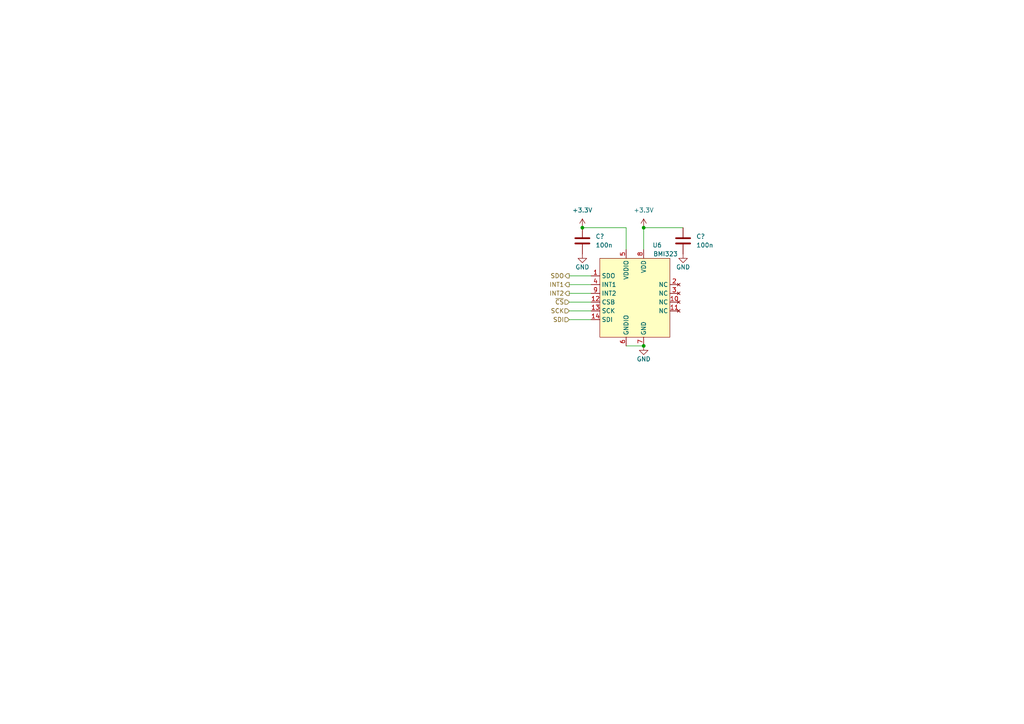
<source format=kicad_sch>
(kicad_sch (version 20230121) (generator eeschema)

  (uuid 178dea3e-56e0-478c-ae02-6b39e748ab54)

  (paper "A4")

  (lib_symbols
    (symbol "Device:C" (pin_numbers hide) (pin_names (offset 0.254)) (in_bom yes) (on_board yes)
      (property "Reference" "C" (at 0.635 2.54 0)
        (effects (font (size 1.27 1.27)) (justify left))
      )
      (property "Value" "C" (at 0.635 -2.54 0)
        (effects (font (size 1.27 1.27)) (justify left))
      )
      (property "Footprint" "" (at 0.9652 -3.81 0)
        (effects (font (size 1.27 1.27)) hide)
      )
      (property "Datasheet" "~" (at 0 0 0)
        (effects (font (size 1.27 1.27)) hide)
      )
      (property "ki_keywords" "cap capacitor" (at 0 0 0)
        (effects (font (size 1.27 1.27)) hide)
      )
      (property "ki_description" "Unpolarized capacitor" (at 0 0 0)
        (effects (font (size 1.27 1.27)) hide)
      )
      (property "ki_fp_filters" "C_*" (at 0 0 0)
        (effects (font (size 1.27 1.27)) hide)
      )
      (symbol "C_0_1"
        (polyline
          (pts
            (xy -2.032 -0.762)
            (xy 2.032 -0.762)
          )
          (stroke (width 0.508) (type default))
          (fill (type none))
        )
        (polyline
          (pts
            (xy -2.032 0.762)
            (xy 2.032 0.762)
          )
          (stroke (width 0.508) (type default))
          (fill (type none))
        )
      )
      (symbol "C_1_1"
        (pin passive line (at 0 3.81 270) (length 2.794)
          (name "~" (effects (font (size 1.27 1.27))))
          (number "1" (effects (font (size 1.27 1.27))))
        )
        (pin passive line (at 0 -3.81 90) (length 2.794)
          (name "~" (effects (font (size 1.27 1.27))))
          (number "2" (effects (font (size 1.27 1.27))))
        )
      )
    )
    (symbol "Project:BMI323" (in_bom yes) (on_board yes)
      (property "Reference" "U" (at 0 15.24 0)
        (effects (font (size 1.27 1.27)))
      )
      (property "Value" "" (at -19.05 7.62 0)
        (effects (font (size 1.27 1.27)))
      )
      (property "Footprint" "Package_LGA:Bosch_LGA-14_3x2.5mm_P0.5mm" (at 0 -25.4 0)
        (effects (font (size 1.27 1.27)) hide)
      )
      (property "Datasheet" "" (at -19.05 7.62 0)
        (effects (font (size 1.27 1.27)) hide)
      )
      (symbol "BMI323_1_1"
        (rectangle (start -10.16 11.43) (end 10.16 -11.43)
          (stroke (width 0) (type default))
          (fill (type background))
        )
        (pin output line (at -12.7 6.35 0) (length 2.54)
          (name "SDO" (effects (font (size 1.27 1.27))))
          (number "1" (effects (font (size 1.27 1.27))))
        )
        (pin no_connect line (at 12.7 -1.27 180) (length 2.54)
          (name "NC" (effects (font (size 1.27 1.27))))
          (number "10" (effects (font (size 1.27 1.27))))
        )
        (pin no_connect line (at 12.7 -3.81 180) (length 2.54)
          (name "NC" (effects (font (size 1.27 1.27))))
          (number "11" (effects (font (size 1.27 1.27))))
        )
        (pin input line (at -12.7 -1.27 0) (length 2.54)
          (name "CSB" (effects (font (size 1.27 1.27))))
          (number "12" (effects (font (size 1.27 1.27))))
        )
        (pin input line (at -12.7 -3.81 0) (length 2.54)
          (name "SCK" (effects (font (size 1.27 1.27))))
          (number "13" (effects (font (size 1.27 1.27))))
        )
        (pin input line (at -12.7 -6.35 0) (length 2.54)
          (name "SDI" (effects (font (size 1.27 1.27))))
          (number "14" (effects (font (size 1.27 1.27))))
        )
        (pin no_connect line (at 12.7 3.81 180) (length 2.54)
          (name "NC" (effects (font (size 1.27 1.27))))
          (number "2" (effects (font (size 1.27 1.27))))
        )
        (pin no_connect line (at 12.7 1.27 180) (length 2.54)
          (name "NC" (effects (font (size 1.27 1.27))))
          (number "3" (effects (font (size 1.27 1.27))))
        )
        (pin output line (at -12.7 3.81 0) (length 2.54)
          (name "INT1" (effects (font (size 1.27 1.27))))
          (number "4" (effects (font (size 1.27 1.27))))
        )
        (pin power_in line (at -2.54 13.97 270) (length 2.54)
          (name "VDDIO" (effects (font (size 1.27 1.27))))
          (number "5" (effects (font (size 1.27 1.27))))
        )
        (pin power_in line (at -2.54 -13.97 90) (length 2.54)
          (name "GNDIO" (effects (font (size 1.27 1.27))))
          (number "6" (effects (font (size 1.27 1.27))))
        )
        (pin power_in line (at 2.54 -13.97 90) (length 2.54)
          (name "GND" (effects (font (size 1.27 1.27))))
          (number "7" (effects (font (size 1.27 1.27))))
        )
        (pin power_in line (at 2.54 13.97 270) (length 2.54)
          (name "VDD" (effects (font (size 1.27 1.27))))
          (number "8" (effects (font (size 1.27 1.27))))
        )
        (pin output line (at -12.7 1.27 0) (length 2.54)
          (name "INT2" (effects (font (size 1.27 1.27))))
          (number "9" (effects (font (size 1.27 1.27))))
        )
      )
    )
    (symbol "power:+3.3V" (power) (pin_names (offset 0)) (in_bom yes) (on_board yes)
      (property "Reference" "#PWR" (at 0 -3.81 0)
        (effects (font (size 1.27 1.27)) hide)
      )
      (property "Value" "+3.3V" (at 0 3.556 0)
        (effects (font (size 1.27 1.27)))
      )
      (property "Footprint" "" (at 0 0 0)
        (effects (font (size 1.27 1.27)) hide)
      )
      (property "Datasheet" "" (at 0 0 0)
        (effects (font (size 1.27 1.27)) hide)
      )
      (property "ki_keywords" "global power" (at 0 0 0)
        (effects (font (size 1.27 1.27)) hide)
      )
      (property "ki_description" "Power symbol creates a global label with name \"+3.3V\"" (at 0 0 0)
        (effects (font (size 1.27 1.27)) hide)
      )
      (symbol "+3.3V_0_1"
        (polyline
          (pts
            (xy -0.762 1.27)
            (xy 0 2.54)
          )
          (stroke (width 0) (type default))
          (fill (type none))
        )
        (polyline
          (pts
            (xy 0 0)
            (xy 0 2.54)
          )
          (stroke (width 0) (type default))
          (fill (type none))
        )
        (polyline
          (pts
            (xy 0 2.54)
            (xy 0.762 1.27)
          )
          (stroke (width 0) (type default))
          (fill (type none))
        )
      )
      (symbol "+3.3V_1_1"
        (pin power_in line (at 0 0 90) (length 0) hide
          (name "+3.3V" (effects (font (size 1.27 1.27))))
          (number "1" (effects (font (size 1.27 1.27))))
        )
      )
    )
    (symbol "power:GND" (power) (pin_names (offset 0)) (in_bom yes) (on_board yes)
      (property "Reference" "#PWR" (at 0 -6.35 0)
        (effects (font (size 1.27 1.27)) hide)
      )
      (property "Value" "GND" (at 0 -3.81 0)
        (effects (font (size 1.27 1.27)))
      )
      (property "Footprint" "" (at 0 0 0)
        (effects (font (size 1.27 1.27)) hide)
      )
      (property "Datasheet" "" (at 0 0 0)
        (effects (font (size 1.27 1.27)) hide)
      )
      (property "ki_keywords" "global power" (at 0 0 0)
        (effects (font (size 1.27 1.27)) hide)
      )
      (property "ki_description" "Power symbol creates a global label with name \"GND\" , ground" (at 0 0 0)
        (effects (font (size 1.27 1.27)) hide)
      )
      (symbol "GND_0_1"
        (polyline
          (pts
            (xy 0 0)
            (xy 0 -1.27)
            (xy 1.27 -1.27)
            (xy 0 -2.54)
            (xy -1.27 -1.27)
            (xy 0 -1.27)
          )
          (stroke (width 0) (type default))
          (fill (type none))
        )
      )
      (symbol "GND_1_1"
        (pin power_in line (at 0 0 270) (length 0) hide
          (name "GND" (effects (font (size 1.27 1.27))))
          (number "1" (effects (font (size 1.27 1.27))))
        )
      )
    )
  )

  (junction (at 186.69 100.33) (diameter 0) (color 0 0 0 0)
    (uuid 47e47741-6e1a-47d5-9d78-34455e3d8323)
  )
  (junction (at 168.91 66.04) (diameter 0) (color 0 0 0 0)
    (uuid 87413dde-429c-42e5-a1cb-d91a5a223f72)
  )
  (junction (at 186.69 66.04) (diameter 0) (color 0 0 0 0)
    (uuid ada905fa-2258-447d-a184-39bf0588aeb8)
  )

  (wire (pts (xy 181.61 66.04) (xy 168.91 66.04))
    (stroke (width 0) (type default))
    (uuid 17449e7f-8a31-41d3-a610-68b4277a1cf4)
  )
  (wire (pts (xy 165.1 80.01) (xy 171.45 80.01))
    (stroke (width 0) (type default))
    (uuid 256e243e-7116-4b7f-81d1-02b2fc72ce51)
  )
  (wire (pts (xy 165.1 90.17) (xy 171.45 90.17))
    (stroke (width 0) (type default))
    (uuid 3d77b1e7-1fed-4389-b23d-10cceb6d817d)
  )
  (wire (pts (xy 181.61 100.33) (xy 186.69 100.33))
    (stroke (width 0) (type default))
    (uuid 739768bb-1982-462d-966b-75ece1953d8f)
  )
  (wire (pts (xy 165.1 92.71) (xy 171.45 92.71))
    (stroke (width 0) (type default))
    (uuid 89076c8d-9ee7-45d7-9bab-e086cb79cc2a)
  )
  (wire (pts (xy 165.1 82.55) (xy 171.45 82.55))
    (stroke (width 0) (type default))
    (uuid 9ffca228-f5d5-4cf0-a994-46329df63246)
  )
  (wire (pts (xy 186.69 72.39) (xy 186.69 66.04))
    (stroke (width 0) (type default))
    (uuid aa254671-5a05-4d1a-9144-d8d07d609db6)
  )
  (wire (pts (xy 186.69 66.04) (xy 198.12 66.04))
    (stroke (width 0) (type default))
    (uuid bc4b41b4-ca71-4023-bd8e-75735a4c85ab)
  )
  (wire (pts (xy 181.61 66.04) (xy 181.61 72.39))
    (stroke (width 0) (type default))
    (uuid cedbb2c5-2570-4580-b8ad-e8f5e267ea4b)
  )
  (wire (pts (xy 165.1 85.09) (xy 171.45 85.09))
    (stroke (width 0) (type default))
    (uuid ec11cbf8-9465-4849-bf67-1e0a082770c4)
  )
  (wire (pts (xy 165.1 87.63) (xy 171.45 87.63))
    (stroke (width 0) (type default))
    (uuid f4649754-525d-4f5a-b44d-72f1bd3003f2)
  )

  (hierarchical_label "SDO" (shape output) (at 165.1 80.01 180) (fields_autoplaced)
    (effects (font (size 1.27 1.27)) (justify right))
    (uuid 1ae15551-b850-4d04-81da-b41299d85c7d)
  )
  (hierarchical_label "~{CS}" (shape input) (at 165.1 87.63 180) (fields_autoplaced)
    (effects (font (size 1.27 1.27)) (justify right))
    (uuid 1f4cd365-6323-4ebb-af61-5cfa844fbb87)
  )
  (hierarchical_label "SDI" (shape input) (at 165.1 92.71 180) (fields_autoplaced)
    (effects (font (size 1.27 1.27)) (justify right))
    (uuid 4ca4ddef-090d-4ff5-b640-5e51dc6e0576)
  )
  (hierarchical_label "INT1" (shape output) (at 165.1 82.55 180) (fields_autoplaced)
    (effects (font (size 1.27 1.27)) (justify right))
    (uuid 780d7199-2314-4927-97af-337066b25b83)
  )
  (hierarchical_label "INT2" (shape output) (at 165.1 85.09 180) (fields_autoplaced)
    (effects (font (size 1.27 1.27)) (justify right))
    (uuid a94b1b6e-6157-4503-9d3b-54a162fedc20)
  )
  (hierarchical_label "SCK" (shape input) (at 165.1 90.17 180) (fields_autoplaced)
    (effects (font (size 1.27 1.27)) (justify right))
    (uuid b767f25e-9647-4606-91e9-e697ea232e1b)
  )

  (symbol (lib_id "Device:C") (at 168.91 69.85 0) (unit 1)
    (in_bom yes) (on_board yes) (dnp no) (fields_autoplaced)
    (uuid 2d28ff0d-ae48-458c-aa1a-e3f89ff7ccf8)
    (property "Reference" "C?" (at 172.72 68.58 0)
      (effects (font (size 1.27 1.27)) (justify left))
    )
    (property "Value" "100n" (at 172.72 71.12 0)
      (effects (font (size 1.27 1.27)) (justify left))
    )
    (property "Footprint" "" (at 169.8752 73.66 0)
      (effects (font (size 1.27 1.27)) hide)
    )
    (property "Datasheet" "~" (at 168.91 69.85 0)
      (effects (font (size 1.27 1.27)) hide)
    )
    (pin "1" (uuid 75697182-7650-48ba-b06a-3d56b6825fb0))
    (pin "2" (uuid 4c27d8fc-6a28-490b-8955-1a35bdcfe316))
    (instances
      (project "Flight_Board"
        (path "/e8eb85d5-f1ff-4500-895d-25b9ff5f6d36/438715e3-b069-4320-9581-dc19d9c2cf0e"
          (reference "C?") (unit 1)
        )
        (path "/e8eb85d5-f1ff-4500-895d-25b9ff5f6d36/676308d2-6f42-4cc0-804f-a459182d1a62"
          (reference "C18") (unit 1)
        )
      )
    )
  )

  (symbol (lib_id "power:GND") (at 168.91 73.66 0) (unit 1)
    (in_bom yes) (on_board yes) (dnp no)
    (uuid 2d844ce1-8734-4c4e-b7c1-d61eb769c525)
    (property "Reference" "#PWR?" (at 168.91 80.01 0)
      (effects (font (size 1.27 1.27)) hide)
    )
    (property "Value" "GND" (at 168.91 77.47 0)
      (effects (font (size 1.27 1.27)))
    )
    (property "Footprint" "" (at 168.91 73.66 0)
      (effects (font (size 1.27 1.27)) hide)
    )
    (property "Datasheet" "" (at 168.91 73.66 0)
      (effects (font (size 1.27 1.27)) hide)
    )
    (pin "1" (uuid d9a34f4a-efbd-42b9-b50b-905aa6316ce7))
    (instances
      (project "Flight_Board"
        (path "/e8eb85d5-f1ff-4500-895d-25b9ff5f6d36/438715e3-b069-4320-9581-dc19d9c2cf0e"
          (reference "#PWR?") (unit 1)
        )
        (path "/e8eb85d5-f1ff-4500-895d-25b9ff5f6d36/676308d2-6f42-4cc0-804f-a459182d1a62"
          (reference "#PWR035") (unit 1)
        )
      )
    )
  )

  (symbol (lib_id "power:GND") (at 186.69 100.33 0) (unit 1)
    (in_bom yes) (on_board yes) (dnp no)
    (uuid 42929911-a179-4440-85ed-e93468602fb1)
    (property "Reference" "#PWR?" (at 186.69 106.68 0)
      (effects (font (size 1.27 1.27)) hide)
    )
    (property "Value" "GND" (at 186.69 104.14 0)
      (effects (font (size 1.27 1.27)))
    )
    (property "Footprint" "" (at 186.69 100.33 0)
      (effects (font (size 1.27 1.27)) hide)
    )
    (property "Datasheet" "" (at 186.69 100.33 0)
      (effects (font (size 1.27 1.27)) hide)
    )
    (pin "1" (uuid 83f15238-c28d-4282-a9cd-8e01807e08cc))
    (instances
      (project "Flight_Board"
        (path "/e8eb85d5-f1ff-4500-895d-25b9ff5f6d36/438715e3-b069-4320-9581-dc19d9c2cf0e"
          (reference "#PWR?") (unit 1)
        )
        (path "/e8eb85d5-f1ff-4500-895d-25b9ff5f6d36/676308d2-6f42-4cc0-804f-a459182d1a62"
          (reference "#PWR037") (unit 1)
        )
      )
    )
  )

  (symbol (lib_id "power:+3.3V") (at 168.91 66.04 0) (unit 1)
    (in_bom yes) (on_board yes) (dnp no) (fields_autoplaced)
    (uuid 61c7d326-a0bf-410d-83ba-e46b49e8eea4)
    (property "Reference" "#PWR?" (at 168.91 69.85 0)
      (effects (font (size 1.27 1.27)) hide)
    )
    (property "Value" "+3.3V" (at 168.91 60.96 0)
      (effects (font (size 1.27 1.27)))
    )
    (property "Footprint" "" (at 168.91 66.04 0)
      (effects (font (size 1.27 1.27)) hide)
    )
    (property "Datasheet" "" (at 168.91 66.04 0)
      (effects (font (size 1.27 1.27)) hide)
    )
    (pin "1" (uuid 17373508-6379-4bc2-9b34-0bcfab98270b))
    (instances
      (project "Flight_Board"
        (path "/e8eb85d5-f1ff-4500-895d-25b9ff5f6d36/438715e3-b069-4320-9581-dc19d9c2cf0e"
          (reference "#PWR?") (unit 1)
        )
        (path "/e8eb85d5-f1ff-4500-895d-25b9ff5f6d36/676308d2-6f42-4cc0-804f-a459182d1a62"
          (reference "#PWR034") (unit 1)
        )
      )
    )
  )

  (symbol (lib_id "Device:C") (at 198.12 69.85 0) (unit 1)
    (in_bom yes) (on_board yes) (dnp no) (fields_autoplaced)
    (uuid 64a95faa-41e1-4b71-af00-5bb2e0417dd6)
    (property "Reference" "C?" (at 201.93 68.58 0)
      (effects (font (size 1.27 1.27)) (justify left))
    )
    (property "Value" "100n" (at 201.93 71.12 0)
      (effects (font (size 1.27 1.27)) (justify left))
    )
    (property "Footprint" "" (at 199.0852 73.66 0)
      (effects (font (size 1.27 1.27)) hide)
    )
    (property "Datasheet" "~" (at 198.12 69.85 0)
      (effects (font (size 1.27 1.27)) hide)
    )
    (pin "1" (uuid bec9c5df-2ae9-4c12-927a-5817b1b580d9))
    (pin "2" (uuid 5f2c925e-ff30-4b4b-8a6e-37064866d57d))
    (instances
      (project "Flight_Board"
        (path "/e8eb85d5-f1ff-4500-895d-25b9ff5f6d36/438715e3-b069-4320-9581-dc19d9c2cf0e"
          (reference "C?") (unit 1)
        )
        (path "/e8eb85d5-f1ff-4500-895d-25b9ff5f6d36/676308d2-6f42-4cc0-804f-a459182d1a62"
          (reference "C19") (unit 1)
        )
      )
    )
  )

  (symbol (lib_id "Project:BMI323") (at 184.15 86.36 0) (unit 1)
    (in_bom yes) (on_board yes) (dnp no)
    (uuid 64fc2899-396b-40d0-bc10-7d76f845c3ef)
    (property "Reference" "U6" (at 189.23 71.12 0)
      (effects (font (size 1.27 1.27)) (justify left))
    )
    (property "Value" "BMI323" (at 193.04 73.66 0)
      (effects (font (size 1.27 1.27)))
    )
    (property "Footprint" "Package_LGA:Bosch_LGA-14_3x2.5mm_P0.5mm" (at 184.15 111.76 0)
      (effects (font (size 1.27 1.27)) hide)
    )
    (property "Datasheet" "" (at 165.1 78.74 0)
      (effects (font (size 1.27 1.27)) hide)
    )
    (pin "1" (uuid 76fd90c4-e15b-48a4-ba0d-ab9a4e7422d6))
    (pin "10" (uuid 19188b7b-2ebb-44ae-9c65-7fc3462fa201))
    (pin "11" (uuid 1cc98bd1-32d8-434f-bc3c-b737d21b81cf))
    (pin "12" (uuid 6597c23a-f838-494e-be3e-9f9130c38d11))
    (pin "13" (uuid 30a16f1e-3c5e-495f-8da6-38688aade17e))
    (pin "14" (uuid f4865fda-acf6-44f7-8ee8-840e6e93e464))
    (pin "2" (uuid d351dbe8-f384-4a0a-9ad0-316e87a1b918))
    (pin "3" (uuid 7d9b0b6a-fcd8-466c-80a3-b587e4147533))
    (pin "4" (uuid 3d2b0888-9f42-4652-ac2d-1a5069cc4f10))
    (pin "5" (uuid a9069f86-9080-42a1-84de-b8a868e4221a))
    (pin "6" (uuid c9b1a5f3-a811-4724-87ac-9b802f3a1b10))
    (pin "7" (uuid 9314b929-7aed-472f-b71e-42abcbd16b0c))
    (pin "8" (uuid 2f3611b9-1d93-44fb-9129-ddc1958b5256))
    (pin "9" (uuid fe37e06c-3aca-4302-a217-72d678851375))
    (instances
      (project "Flight_Board"
        (path "/e8eb85d5-f1ff-4500-895d-25b9ff5f6d36/676308d2-6f42-4cc0-804f-a459182d1a62"
          (reference "U6") (unit 1)
        )
      )
    )
  )

  (symbol (lib_id "power:+3.3V") (at 186.69 66.04 0) (unit 1)
    (in_bom yes) (on_board yes) (dnp no) (fields_autoplaced)
    (uuid 7dece18d-8400-45f3-9df0-c09bb8203a78)
    (property "Reference" "#PWR?" (at 186.69 69.85 0)
      (effects (font (size 1.27 1.27)) hide)
    )
    (property "Value" "+3.3V" (at 186.69 60.96 0)
      (effects (font (size 1.27 1.27)))
    )
    (property "Footprint" "" (at 186.69 66.04 0)
      (effects (font (size 1.27 1.27)) hide)
    )
    (property "Datasheet" "" (at 186.69 66.04 0)
      (effects (font (size 1.27 1.27)) hide)
    )
    (pin "1" (uuid 9889dc8e-55a6-4a81-800c-7186b7d5445f))
    (instances
      (project "Flight_Board"
        (path "/e8eb85d5-f1ff-4500-895d-25b9ff5f6d36/438715e3-b069-4320-9581-dc19d9c2cf0e"
          (reference "#PWR?") (unit 1)
        )
        (path "/e8eb85d5-f1ff-4500-895d-25b9ff5f6d36/676308d2-6f42-4cc0-804f-a459182d1a62"
          (reference "#PWR036") (unit 1)
        )
      )
    )
  )

  (symbol (lib_id "power:GND") (at 198.12 73.66 0) (unit 1)
    (in_bom yes) (on_board yes) (dnp no)
    (uuid d91fc869-c54b-44ae-8948-9b3fe9bd0e73)
    (property "Reference" "#PWR?" (at 198.12 80.01 0)
      (effects (font (size 1.27 1.27)) hide)
    )
    (property "Value" "GND" (at 198.12 77.47 0)
      (effects (font (size 1.27 1.27)))
    )
    (property "Footprint" "" (at 198.12 73.66 0)
      (effects (font (size 1.27 1.27)) hide)
    )
    (property "Datasheet" "" (at 198.12 73.66 0)
      (effects (font (size 1.27 1.27)) hide)
    )
    (pin "1" (uuid ff9db5f4-95fd-46e6-97f0-273bdd0a1744))
    (instances
      (project "Flight_Board"
        (path "/e8eb85d5-f1ff-4500-895d-25b9ff5f6d36/438715e3-b069-4320-9581-dc19d9c2cf0e"
          (reference "#PWR?") (unit 1)
        )
        (path "/e8eb85d5-f1ff-4500-895d-25b9ff5f6d36/676308d2-6f42-4cc0-804f-a459182d1a62"
          (reference "#PWR038") (unit 1)
        )
      )
    )
  )
)

</source>
